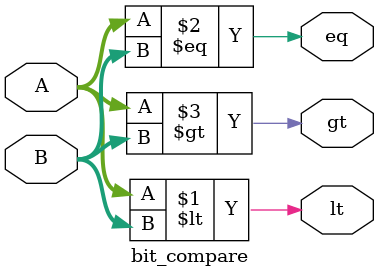
<source format=v>
module bit_compare(
	output lt,eq,gt,
	input [3:0] A,B
);
	assign lt=(A<B);
	assign eq=(A==B);
	assign gt=(A>B);

endmodule
</source>
